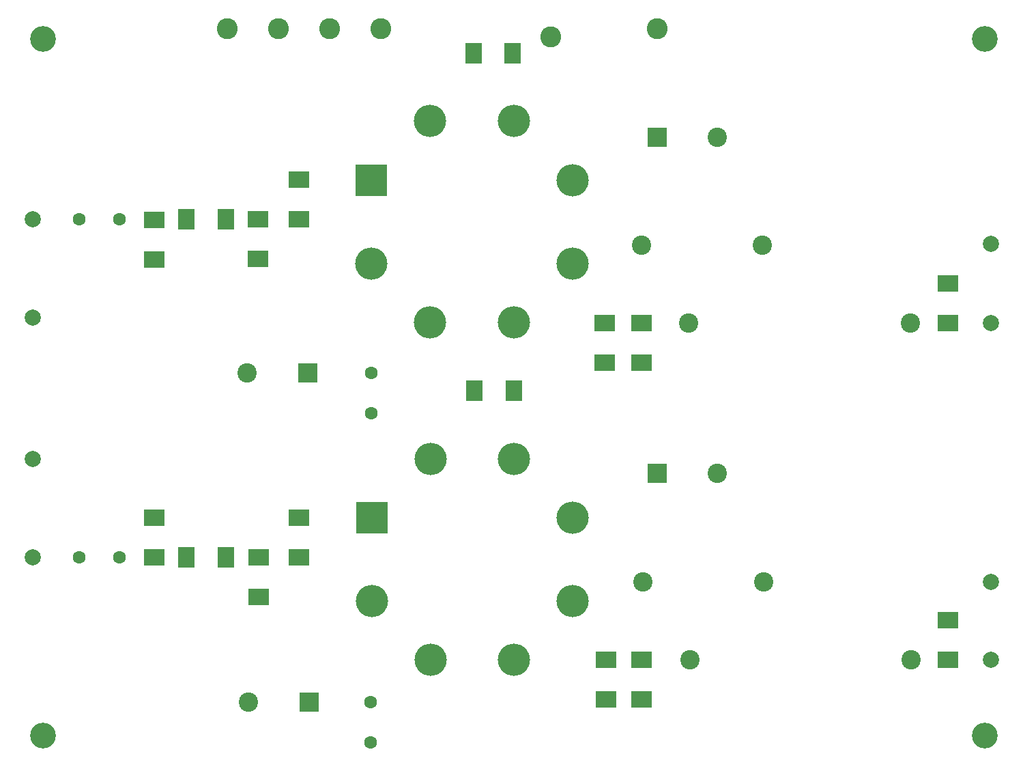
<source format=gbr>
G04 #@! TF.GenerationSoftware,KiCad,Pcbnew,(5.1.9-0-10_14)*
G04 #@! TF.CreationDate,2021-02-19T16:09:10+01:00*
G04 #@! TF.ProjectId,pre-amp-6SN7,7072652d-616d-4702-9d36-534e372e6b69,rev?*
G04 #@! TF.SameCoordinates,Original*
G04 #@! TF.FileFunction,Soldermask,Top*
G04 #@! TF.FilePolarity,Negative*
%FSLAX46Y46*%
G04 Gerber Fmt 4.6, Leading zero omitted, Abs format (unit mm)*
G04 Created by KiCad (PCBNEW (5.1.9-0-10_14)) date 2021-02-19 16:09:10*
%MOMM*%
%LPD*%
G01*
G04 APERTURE LIST*
%ADD10C,2.600000*%
%ADD11C,2.400000*%
%ADD12O,4.000000X4.000000*%
%ADD13R,4.000000X4.000000*%
%ADD14R,2.600000X2.100000*%
%ADD15R,2.100000X2.600000*%
%ADD16C,2.000000*%
%ADD17R,2.400000X2.400000*%
%ADD18C,1.600000*%
%ADD19C,3.200000*%
G04 APERTURE END LIST*
D10*
X86360000Y-69850000D03*
X80010000Y-69850000D03*
D11*
X124587000Y-106299000D03*
X152087000Y-106299000D03*
X133745000Y-96647000D03*
X118745000Y-96647000D03*
X124714000Y-148082000D03*
X152214000Y-148082000D03*
X133872000Y-138430000D03*
X118872000Y-138430000D03*
D12*
X85231401Y-98918599D03*
X92537548Y-106224746D03*
X102870000Y-106224746D03*
X110176147Y-98918599D03*
X110176147Y-88586147D03*
X102870000Y-81280000D03*
X92537548Y-81280000D03*
D13*
X85231401Y-88586147D03*
D12*
X85280500Y-140779500D03*
X92586647Y-148085647D03*
X102919099Y-148085647D03*
X110225246Y-140779500D03*
X110225246Y-130447048D03*
X102919099Y-123140901D03*
X92586647Y-123140901D03*
D13*
X85280500Y-130447048D03*
D14*
X114300000Y-152982000D03*
X114300000Y-148082000D03*
X118745000Y-152982000D03*
X118745000Y-148082000D03*
X156718000Y-101399000D03*
X156718000Y-106299000D03*
X114173000Y-111199000D03*
X114173000Y-106299000D03*
X118745000Y-111199000D03*
X118745000Y-106299000D03*
X71120000Y-93472000D03*
X71120000Y-98372000D03*
X76200000Y-93419000D03*
X76200000Y-88519000D03*
D15*
X97880000Y-72898000D03*
X102780000Y-72898000D03*
X62283000Y-93472000D03*
X67183000Y-93472000D03*
D14*
X58293000Y-98425000D03*
X58293000Y-93525000D03*
X76200000Y-135329000D03*
X76200000Y-130429000D03*
D15*
X98033500Y-114681000D03*
X102933500Y-114681000D03*
D16*
X162052000Y-96520000D03*
X162052000Y-106299000D03*
X43180000Y-105664000D03*
X43180000Y-93472000D03*
D11*
X128150000Y-83312000D03*
D17*
X120650000Y-83312000D03*
D11*
X69843000Y-112522000D03*
D17*
X77343000Y-112522000D03*
D18*
X85217000Y-117522000D03*
X85217000Y-112522000D03*
X48975000Y-93472000D03*
X53975000Y-93472000D03*
D11*
X69970000Y-153289000D03*
D17*
X77470000Y-153289000D03*
D18*
X85090000Y-158289000D03*
X85090000Y-153289000D03*
D10*
X67310000Y-69850000D03*
X73660000Y-69850000D03*
D14*
X156718000Y-143182000D03*
X156718000Y-148082000D03*
X71247000Y-135382000D03*
X71247000Y-140282000D03*
D15*
X62283000Y-135382000D03*
X67183000Y-135382000D03*
D14*
X58293000Y-130482000D03*
X58293000Y-135382000D03*
D16*
X162052000Y-138430000D03*
X162052000Y-148082000D03*
D10*
X107442000Y-70866000D03*
X120650000Y-69850000D03*
D16*
X43180000Y-123190000D03*
X43180000Y-135382000D03*
D19*
X161290000Y-71120000D03*
X161290000Y-157480000D03*
X44450000Y-157480000D03*
X44450000Y-71120000D03*
D11*
X128150000Y-124968000D03*
D17*
X120650000Y-124968000D03*
D18*
X48975000Y-135382000D03*
X53975000Y-135382000D03*
M02*

</source>
